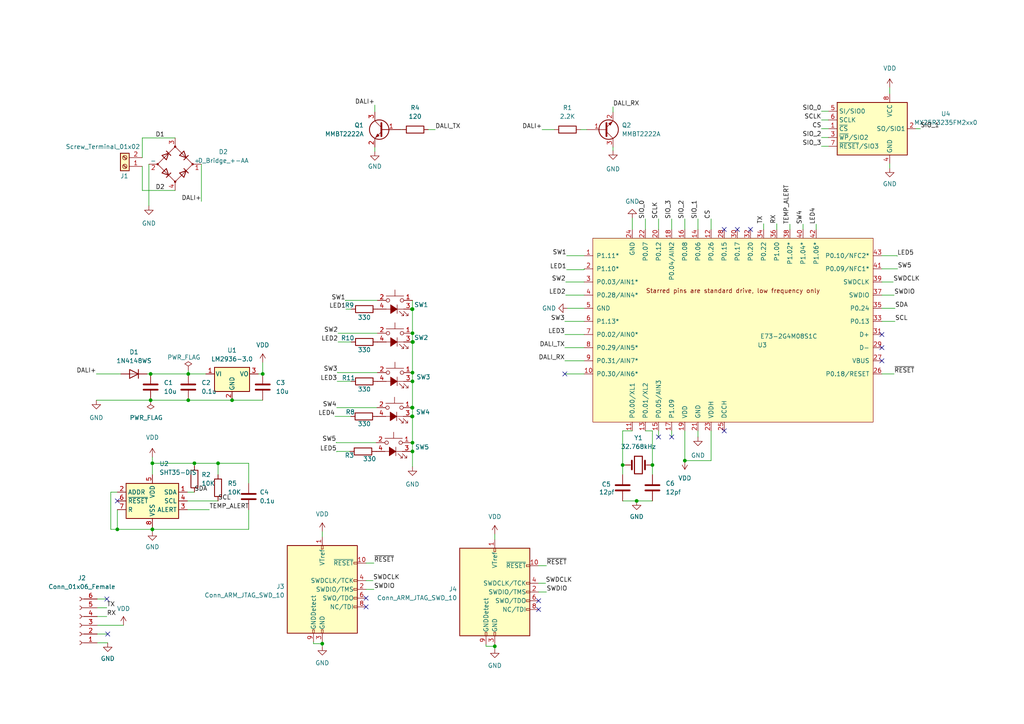
<source format=kicad_sch>
(kicad_sch (version 20211123) (generator eeschema)
  (paper "A4")
  (lib_symbols
    (symbol "CDEbyte E73-2G4M08S1C:E73-2G4M08S1C" (pin_names (offset 1.016))
      (property "Reference" "U3" (at -7.112 4.318 0))
      (property "Value" "E73-2G4M08S1C" (at -7.874 1.778 0))
      (symbol "E73-2G4M08S1C_0_0"
        (text "Starred pins are standard drive, low frequency only" (at 0 -11.43 0) (effects (font (size 1.27 1.27))))
      )
      (symbol "E73-2G4M08S1C_0_1"
        (rectangle (start -40.64 26.67) (end 40.64 -26.67) (fill (type background)))
      )
      (symbol "E73-2G4M08S1C_1_1"
        (pin input line (at 43.18 -21.59 180) (length 2.54) (name "P1.11*") (number "1"))
        (pin input line (at 43.18 12.7 180) (length 2.54) (name "P0.30/AIN6*") (number "10"))
        (pin input line (at 29.21 29.21 270) (length 2.54) (name "P0.00/XL1") (number "11"))
        (pin bidirectional line (at 6.35 -29.21 90) (length 2.54) (name "P0.26") (number "12"))
        (pin input line (at 25.4 29.21 270) (length 2.54) (name "P0.01/XL2") (number "13"))
        (pin bidirectional line (at 10.16 -29.21 90) (length 2.54) (name "P0.06") (number "14"))
        (pin input line (at 21.59 29.21 270) (length 2.54) (name "P0.05/AIN3") (number "15"))
        (pin input line (at 13.97 -29.21 90) (length 2.54) (name "P0.08") (number "16"))
        (pin input line (at 17.78 29.21 270) (length 2.54) (name "P1.09") (number "17"))
        (pin input line (at 17.78 -29.21 90) (length 2.54) (name "P0.04/AIN2") (number "18"))
        (pin input line (at 13.97 29.21 270) (length 2.54) (name "VDD") (number "19"))
        (pin input line (at 43.18 -17.78 180) (length 2.54) (name "P1.10*") (number "2"))
        (pin input line (at 21.59 -29.21 90) (length 2.54) (name "P0.12") (number "20"))
        (pin input line (at 10.16 29.21 270) (length 2.54) (name "GND") (number "21"))
        (pin input line (at 25.4 -29.21 90) (length 2.54) (name "P0.07") (number "22"))
        (pin input line (at 6.35 29.21 270) (length 2.54) (name "VDDH") (number "23"))
        (pin input line (at 29.21 -29.21 90) (length 2.54) (name "GND") (number "24"))
        (pin input line (at 2.54 29.21 270) (length 2.54) (name "DCCH") (number "25"))
        (pin input line (at -43.18 12.7 0) (length 2.54) (name "P0.18/RESET") (number "26"))
        (pin input line (at -43.18 8.89 0) (length 2.54) (name "VBUS") (number "27"))
        (pin input line (at 2.54 -29.21 90) (length 2.54) (name "P0.15") (number "28"))
        (pin input line (at -43.18 5.08 0) (length 2.54) (name "D-") (number "29"))
        (pin input line (at 43.18 -13.97 180) (length 2.54) (name "P0.03/AIN1*") (number "3"))
        (pin input line (at -1.27 -29.21 90) (length 2.54) (name "P0.17") (number "30"))
        (pin input line (at -43.18 1.27 0) (length 2.54) (name "D+") (number "31"))
        (pin input line (at -5.08 -29.21 90) (length 2.54) (name "P0.20") (number "32"))
        (pin input line (at -43.18 -2.54 0) (length 2.54) (name "P0.13") (number "33"))
        (pin input line (at -8.89 -29.21 90) (length 2.54) (name "P0.22") (number "34"))
        (pin input line (at -43.18 -6.35 0) (length 2.54) (name "P0.24") (number "35"))
        (pin input line (at -12.7 -29.21 90) (length 2.54) (name "P1.00") (number "36"))
        (pin input line (at -43.18 -10.16 0) (length 2.54) (name "SWDIO") (number "37"))
        (pin input line (at -16.51 -29.21 90) (length 2.54) (name "P1.02*") (number "38"))
        (pin input line (at -43.18 -13.97 0) (length 2.54) (name "SWDCLK") (number "39"))
        (pin input line (at 43.18 -10.16 180) (length 2.54) (name "P0.28/AIN4*") (number "4"))
        (pin input line (at -20.32 -29.21 90) (length 2.54) (name "P1.04*") (number "40"))
        (pin input line (at -43.18 -17.78 0) (length 2.54) (name "P0.09/NFC1*") (number "41"))
        (pin input line (at -24.13 -29.21 90) (length 2.54) (name "P1.06*") (number "42"))
        (pin input line (at -43.18 -21.59 0) (length 2.54) (name "P0.10/NFC2*") (number "43"))
        (pin input line (at 43.18 -6.35 180) (length 2.54) (name "GND") (number "5"))
        (pin input line (at 43.18 -2.54 180) (length 2.54) (name "P1.13*") (number "6"))
        (pin input line (at 43.18 1.27 180) (length 2.54) (name "P0.02/AIN0*") (number "7"))
        (pin input line (at 43.18 5.08 180) (length 2.54) (name "P0.29/AIN5*") (number "8"))
        (pin input line (at 43.18 8.89 180) (length 2.54) (name "P0.31/AIN7*") (number "9"))
      )
    )
    (symbol "Connector:Conn_01x06_Female" (pin_names (offset 1.016) hide)
      (property "Reference" "J" (at 0 7.62 0))
      (property "Value" "Conn_01x06_Female" (at 0 -10.16 0))
      (symbol "Conn_01x06_Female_1_1"
        (arc (start 0 -7.112) (mid -0.508 -7.62) (end 0 -8.128) (stroke (width 0.1524)))
        (arc (start 0 -4.572) (mid -0.508 -5.08) (end 0 -5.588) (stroke (width 0.1524)))
        (arc (start 0 -2.032) (mid -0.508 -2.54) (end 0 -3.048) (stroke (width 0.1524)))
        (polyline (pts (xy -1.27 -7.62) (xy -0.508 -7.62)) (stroke (width 0.1524)))
        (polyline (pts (xy -1.27 -5.08) (xy -0.508 -5.08)) (stroke (width 0.1524)))
        (polyline (pts (xy -1.27 -2.54) (xy -0.508 -2.54)) (stroke (width 0.1524)))
        (polyline (pts (xy -1.27 0) (xy -0.508 0)) (stroke (width 0.1524)))
        (polyline (pts (xy -1.27 2.54) (xy -0.508 2.54)) (stroke (width 0.1524)))
        (polyline (pts (xy -1.27 5.08) (xy -0.508 5.08)) (stroke (width 0.1524)))
        (arc (start 0 0.508) (mid -0.508 0) (end 0 -0.508) (stroke (width 0.1524)))
        (arc (start 0 3.048) (mid -0.508 2.54) (end 0 2.032) (stroke (width 0.1524)))
        (arc (start 0 5.588) (mid -0.508 5.08) (end 0 4.572) (stroke (width 0.1524)))
        (pin passive line (at -5.08 5.08 0) (length 3.81) (name "Pin_1") (number "1"))
        (pin passive line (at -5.08 2.54 0) (length 3.81) (name "Pin_2") (number "2"))
        (pin passive line (at -5.08 0 0) (length 3.81) (name "Pin_3") (number "3"))
        (pin passive line (at -5.08 -2.54 0) (length 3.81) (name "Pin_4") (number "4"))
        (pin passive line (at -5.08 -5.08 0) (length 3.81) (name "Pin_5") (number "5"))
        (pin passive line (at -5.08 -7.62 0) (length 3.81) (name "Pin_6") (number "6"))
      )
    )
    (symbol "Connector:Conn_ARM_JTAG_SWD_10" (pin_names (offset 1.016))
      (property "Reference" "J" (at -2.54 16.51 0))
      (property "Value" "Conn_ARM_JTAG_SWD_10" (at -2.54 13.97 0))
      (symbol "Conn_ARM_JTAG_SWD_10_0_1"
        (rectangle (start -10.16 12.7) (end 10.16 -12.7) (stroke (width 0.254)) (fill (type background)))
        (rectangle (start -2.794 -12.7) (end -2.286 -11.684))
        (rectangle (start -0.254 -12.7) (end 0.254 -11.684))
        (rectangle (start -0.254 12.7) (end 0.254 11.684))
        (rectangle (start 9.144 2.286) (end 10.16 2.794))
        (rectangle (start 10.16 -2.794) (end 9.144 -2.286))
        (rectangle (start 10.16 -0.254) (end 9.144 0.254))
        (rectangle (start 10.16 7.874) (end 9.144 7.366))
      )
      (symbol "Conn_ARM_JTAG_SWD_10_1_1"
        (rectangle (start 9.144 -5.334) (end 10.16 -4.826))
        (pin power_in line (at 0 15.24 270) (length 2.54) (name "VTref") (number "1"))
        (pin open_collector line (at 12.7 7.62 180) (length 2.54) (name "~{RESET}") (number "10"))
        (pin bidirectional line (at 12.7 0 180) (length 2.54) (name "SWDIO/TMS") (number "2"))
        (pin power_in line (at 0 -15.24 90) (length 2.54) (name "GND") (number "3"))
        (pin output line (at 12.7 2.54 180) (length 2.54) (name "SWDCLK/TCK") (number "4"))
        (pin passive line (at 0 -15.24 90) (length 2.54) hide (name "GND") (number "5"))
        (pin input line (at 12.7 -2.54 180) (length 2.54) (name "SWO/TDO") (number "6"))
        (pin no_connect line (at -10.16 0 0) (length 2.54) hide (name "KEY") (number "7"))
        (pin output line (at 12.7 -5.08 180) (length 2.54) (name "NC/TDI") (number "8"))
        (pin passive line (at -2.54 -15.24 90) (length 2.54) (name "GNDDetect") (number "9"))
      )
    )
    (symbol "Connector:Screw_Terminal_01x02" (pin_names (offset 1.016) hide)
      (property "Reference" "J" (at 0 2.54 0))
      (property "Value" "Screw_Terminal_01x02" (at 0 -5.08 0))
      (symbol "Screw_Terminal_01x02_1_1"
        (rectangle (start -1.27 1.27) (end 1.27 -3.81) (stroke (width 0.254)) (fill (type background)))
        (circle (center 0 -2.54) (radius 0.635) (stroke (width 0.1524)))
        (polyline (pts (xy -0.5334 -2.2098) (xy 0.3302 -3.048)) (stroke (width 0.1524)))
        (polyline (pts (xy -0.5334 0.3302) (xy 0.3302 -0.508)) (stroke (width 0.1524)))
        (polyline (pts (xy -0.3556 -2.032) (xy 0.508 -2.8702)) (stroke (width 0.1524)))
        (polyline (pts (xy -0.3556 0.508) (xy 0.508 -0.3302)) (stroke (width 0.1524)))
        (circle (center 0 0) (radius 0.635) (stroke (width 0.1524)))
        (pin passive line (at -5.08 0 0) (length 3.81) (name "Pin_1") (number "1"))
        (pin passive line (at -5.08 -2.54 0) (length 3.81) (name "Pin_2") (number "2"))
      )
    )
    (symbol "Device:C" (pin_numbers hide) (pin_names (offset 0.254))
      (property "Reference" "C" (at 0.635 2.54 0))
      (property "Value" "C" (at 0.635 -2.54 0))
      (symbol "C_0_1"
        (polyline (pts (xy -2.032 -0.762) (xy 2.032 -0.762)) (stroke (width 0.508)))
        (polyline (pts (xy -2.032 0.762) (xy 2.032 0.762)) (stroke (width 0.508)))
      )
      (symbol "C_1_1"
        (pin passive line (at 0 3.81 270) (length 2.794) (name "~") (number "1"))
        (pin passive line (at 0 -3.81 90) (length 2.794) (name "~") (number "2"))
      )
    )
    (symbol "Device:Crystal" (pin_numbers hide) (pin_names (offset 1.016) hide)
      (property "Reference" "Y" (at 0 3.81 0))
      (property "Value" "Crystal" (at 0 -3.81 0))
      (symbol "Crystal_0_1"
        (rectangle (start -1.143 2.54) (end 1.143 -2.54) (stroke (width 0.3048)))
        (polyline (pts (xy -2.54 0) (xy -1.905 0)))
        (polyline (pts (xy -1.905 -1.27) (xy -1.905 1.27)) (stroke (width 0.508)))
        (polyline (pts (xy 1.905 -1.27) (xy 1.905 1.27)) (stroke (width 0.508)))
        (polyline (pts (xy 2.54 0) (xy 1.905 0)))
      )
      (symbol "Crystal_1_1"
        (pin passive line (at -3.81 0 0) (length 1.27) (name "1") (number "1"))
        (pin passive line (at 3.81 0 180) (length 1.27) (name "2") (number "2"))
      )
    )
    (symbol "Device:D_Bridge_+-AA" (pin_names (offset 0))
      (property "Reference" "D" (at 2.54 6.985 0))
      (property "Value" "D_Bridge_+-AA" (at 2.54 5.08 0))
      (symbol "D_Bridge_+-AA_0_1"
        (circle (center -5.08 0) (radius 0.254) (fill (type outline)))
        (circle (center 0 -5.08) (radius 0.254) (fill (type outline)))
        (polyline (pts (xy -2.54 3.81) (xy -1.27 2.54)) (stroke (width 0.254)))
        (polyline (pts (xy -1.27 -2.54) (xy -2.54 -3.81)) (stroke (width 0.254)))
        (polyline (pts (xy 2.54 -1.27) (xy 3.81 -2.54)) (stroke (width 0.254)))
        (polyline (pts (xy 2.54 1.27) (xy 3.81 2.54)) (stroke (width 0.254)))
        (polyline (pts (xy -3.81 2.54) (xy -2.54 1.27) (xy -1.905 3.175) (xy -3.81 2.54)) (stroke (width 0.254)))
        (polyline (pts (xy -2.54 -1.27) (xy -3.81 -2.54) (xy -1.905 -3.175) (xy -2.54 -1.27)) (stroke (width 0.254)))
        (polyline (pts (xy 1.27 2.54) (xy 2.54 3.81) (xy 3.175 1.905) (xy 1.27 2.54)) (stroke (width 0.254)))
        (polyline (pts (xy 3.175 -1.905) (xy 1.27 -2.54) (xy 2.54 -3.81) (xy 3.175 -1.905)) (stroke (width 0.254)))
        (polyline (pts (xy -5.08 0) (xy 0 -5.08) (xy 5.08 0) (xy 0 5.08) (xy -5.08 0)))
        (circle (center 0 5.08) (radius 0.254) (fill (type outline)))
        (circle (center 5.08 0) (radius 0.254) (fill (type outline)))
      )
      (symbol "D_Bridge_+-AA_1_1"
        (pin passive line (at 7.62 0 180) (length 2.54) (name "+") (number "1"))
        (pin passive line (at -7.62 0 0) (length 2.54) (name "-") (number "2"))
        (pin passive line (at 0 7.62 270) (length 2.54) (name "~") (number "3"))
        (pin passive line (at 0 -7.62 90) (length 2.54) (name "~") (number "4"))
      )
    )
    (symbol "Device:Q_NPN_BEC" (pin_names (offset 0) hide)
      (property "Reference" "Q" (at 5.08 1.27 0))
      (property "Value" "Q_NPN_BEC" (at 5.08 -1.27 0))
      (symbol "Q_NPN_BEC_0_1"
        (polyline (pts (xy 0.635 0.635) (xy 2.54 2.54)))
        (polyline (pts (xy 0.635 -0.635) (xy 2.54 -2.54) (xy 2.54 -2.54)))
        (polyline (pts (xy 0.635 1.905) (xy 0.635 -1.905) (xy 0.635 -1.905)) (stroke (width 0.508)))
        (polyline (pts (xy 1.27 -1.778) (xy 1.778 -1.27) (xy 2.286 -2.286) (xy 1.27 -1.778) (xy 1.27 -1.778)) (fill (type outline)))
        (circle (center 1.27 0) (radius 2.8194) (stroke (width 0.254)))
      )
      (symbol "Q_NPN_BEC_1_1"
        (pin input line (at -5.08 0 0) (length 5.715) (name "B") (number "1"))
        (pin passive line (at 2.54 -5.08 90) (length 2.54) (name "E") (number "2"))
        (pin passive line (at 2.54 5.08 270) (length 2.54) (name "C") (number "3"))
      )
    )
    (symbol "Device:R" (pin_numbers hide) (pin_names (offset 0))
      (property "Reference" "R" (at 2.032 0 90))
      (property "Value" "R" (at 0 0 90))
      (symbol "R_0_1"
        (rectangle (start -1.016 -2.54) (end 1.016 2.54) (stroke (width 0.254)))
      )
      (symbol "R_1_1"
        (pin passive line (at 0 3.81 270) (length 1.27) (name "~") (number "1"))
        (pin passive line (at 0 -3.81 90) (length 1.27) (name "~") (number "2"))
      )
    )
    (symbol "Diode:1N4148WS" (pin_numbers hide) (pin_names (offset 1.016) hide)
      (property "Reference" "D" (at 0 2.54 0))
      (property "Value" "1N4148WS" (at 0 -2.54 0))
      (symbol "1N4148WS_0_1"
        (polyline (pts (xy -1.27 1.27) (xy -1.27 -1.27)) (stroke (width 0.254)))
        (polyline (pts (xy 1.27 0) (xy -1.27 0)))
        (polyline (pts (xy 1.27 1.27) (xy 1.27 -1.27) (xy -1.27 0) (xy 1.27 1.27)) (stroke (width 0.254)))
      )
      (symbol "1N4148WS_1_1"
        (pin passive line (at -3.81 0 0) (length 2.54) (name "K") (number "1"))
        (pin passive line (at 3.81 0 180) (length 2.54) (name "A") (number "2"))
      )
    )
    (symbol "Memory_Flash:MX25R3235FM2xx0"
      (property "Reference" "U" (at -8.89 8.89 0))
      (property "Value" "MX25R3235FM2xx0" (at 15.24 8.89 0))
      (symbol "MX25R3235FM2xx0_1_1"
        (rectangle (start -10.16 7.62) (end 10.16 -7.62) (stroke (width 0.254)) (fill (type background)))
        (pin input line (at -12.7 0 0) (length 2.54) (name "~{CS}") (number "1"))
        (pin bidirectional line (at 12.7 0 180) (length 2.54) (name "SO/SIO1") (number "2"))
        (pin bidirectional line (at -12.7 -2.54 0) (length 2.54) (name "~{WP}/SIO2") (number "3"))
        (pin power_in line (at 5.08 -10.16 90) (length 2.54) (name "GND") (number "4"))
        (pin bidirectional line (at -12.7 5.08 0) (length 2.54) (name "SI/SIO0") (number "5"))
        (pin input line (at -12.7 2.54 0) (length 2.54) (name "SCLK") (number "6"))
        (pin bidirectional line (at -12.7 -5.08 0) (length 2.54) (name "~{RESET}/SIO3") (number "7"))
        (pin power_in line (at 5.08 10.16 270) (length 2.54) (name "VCC") (number "8"))
      )
    )
    (symbol "Regulator_Linear:LM2936-3.0" (pin_names (offset 0.254))
      (property "Reference" "U" (at -3.81 3.175 0))
      (property "Value" "LM2936-3.0" (at 0 3.175 0))
      (symbol "LM2936-3.0_0_1"
        (rectangle (start -5.08 1.905) (end 5.08 -5.08) (stroke (width 0.254)) (fill (type background)))
      )
      (symbol "LM2936-3.0_1_1"
        (pin power_in line (at -7.62 0 0) (length 2.54) (name "VI") (number "1"))
        (pin power_in line (at 0 -7.62 90) (length 2.54) (name "GND") (number "2"))
        (pin power_out line (at 7.62 0 180) (length 2.54) (name "VO") (number "3"))
      )
    )
    (symbol "Sensor_Humidity:SHT35-DIS"
      (property "Reference" "U" (at -6.35 6.35 0))
      (property "Value" "SHT35-DIS" (at 6.35 6.35 0))
      (symbol "SHT35-DIS_0_1"
        (rectangle (start -7.62 5.08) (end 7.62 -5.08) (stroke (width 0.254)) (fill (type background)))
      )
      (symbol "SHT35-DIS_1_1"
        (pin bidirectional line (at 10.16 2.54 180) (length 2.54) (name "SDA") (number "1"))
        (pin input line (at -10.16 2.54 0) (length 2.54) (name "ADDR") (number "2"))
        (pin output line (at 10.16 -2.54 180) (length 2.54) (name "ALERT") (number "3"))
        (pin input line (at 10.16 0 180) (length 2.54) (name "SCL") (number "4"))
        (pin power_in line (at 0 7.62 270) (length 2.54) (name "VDD") (number "5"))
        (pin input line (at -10.16 0 0) (length 2.54) (name "~{RESET}") (number "6"))
        (pin passive line (at -10.16 -2.54 0) (length 2.54) (name "R") (number "7"))
        (pin power_in line (at 0 -7.62 90) (length 2.54) (name "VSS") (number "8"))
        (pin passive line (at 0 -7.62 90) (length 2.54) hide (name "VSS") (number "9"))
      )
    )
    (symbol "Switch:SW_Push_LED" (pin_names (offset 1.016) hide)
      (property "Reference" "SW" (at 0.635 5.715 0))
      (property "Value" "SW_Push_LED" (at 0 -3.175 0))
      (symbol "SW_Push_LED_0_0"
        (polyline (pts (xy -3.81 -1.905) (xy -2.54 -0.635)))
        (polyline (pts (xy -2.54 -1.905) (xy -1.27 -0.635)))
        (polyline (pts (xy -2.54 0) (xy 2.54 0)))
        (polyline (pts (xy -0.635 1.27) (xy -0.635 -1.27)))
        (polyline (pts (xy -3.81 -1.27) (xy -3.81 -1.905) (xy -3.175 -1.905)))
        (polyline (pts (xy -2.54 -1.27) (xy -2.54 -1.905) (xy -1.905 -1.905)))
        (polyline (pts (xy -0.635 0) (xy 1.27 1.27) (xy 1.27 -1.27) (xy -0.635 0)) (fill (type outline)))
      )
      (symbol "SW_Push_LED_0_1"
        (circle (center -2.032 2.54) (radius 0.508))
        (polyline (pts (xy 0 3.81) (xy 0 5.588)))
        (polyline (pts (xy 2.54 3.81) (xy -2.54 3.81)))
        (circle (center 2.032 2.54) (radius 0.508))
        (pin passive line (at -5.08 2.54 0) (length 2.54) (name "1") (number "1"))
        (pin passive line (at 5.08 2.54 180) (length 2.54) (name "2") (number "2"))
        (pin passive line (at -5.08 0 0) (length 2.54) (name "K") (number "3"))
        (pin passive line (at 5.08 0 180) (length 2.54) (name "A") (number "4"))
      )
    )
    (symbol "power:GND" (power) (pin_names (offset 0))
      (property "Value" "GND" (at 0 -3.81 0))
      (symbol "GND_0_1"
        (polyline (pts (xy 0 0) (xy 0 -1.27) (xy 1.27 -1.27) (xy 0 -2.54) (xy -1.27 -1.27) (xy 0 -1.27)))
      )
      (symbol "GND_1_1"
        (pin power_in line (at 0 0 270) (length 0) hide (name "GND") (number "1"))
      )
    )
    (symbol "power:PWR_FLAG" (power) (pin_numbers hide) (pin_names (offset 0) hide)
      (property "Value" "PWR_FLAG" (at 0 3.81 0))
      (symbol "PWR_FLAG_0_0"
        (pin power_out line (at 0 0 90) (length 0) (name "pwr") (number "1"))
      )
      (symbol "PWR_FLAG_0_1"
        (polyline (pts (xy 0 0) (xy 0 1.27) (xy -1.016 1.905) (xy 0 2.54) (xy 1.016 1.905) (xy 0 1.27)))
      )
    )
    (symbol "power:VDD" (power) (pin_names (offset 0))
      (property "Value" "VDD" (at 0 3.81 0))
      (symbol "VDD_0_1"
        (polyline (pts (xy -0.762 1.27) (xy 0 2.54)))
        (polyline (pts (xy 0 0) (xy 0 2.54)))
        (polyline (pts (xy 0 2.54) (xy 0.762 1.27)))
      )
      (symbol "VDD_1_1"
        (pin power_in line (at 0 0 90) (length 0) hide (name "VDD") (number "1"))
      )
    )
  )
  (junction (at 143.51 187.452))
  (junction (at 44.196 134.366))
  (junction (at 76.2 108.458))
  (junction (at 184.658 145.288))
  (junction (at 119.634 89.662))
  (junction (at 180.594 134.874))
  (junction (at 56.388 134.366))
  (junction (at 119.634 130.937))
  (junction (at 119.761 99.187))
  (junction (at 119.634 128.397))
  (junction (at 119.634 108.077))
  (junction (at 34.036 153.543))
  (junction (at 198.628 133.604))
  (junction (at 119.634 118.237))
  (junction (at 119.634 99.187))
  (junction (at 189.23 134.874))
  (junction (at 54.61 108.458))
  (junction (at 119.634 96.647))
  (junction (at 63.246 134.366))
  (junction (at 119.634 120.777))
  (junction (at 119.507 118.237))
  (junction (at 54.61 116.078))
  (junction (at 43.688 116.078))
  (junction (at 43.688 108.458))
  (junction (at 119.507 120.777))
  (junction (at 119.507 89.662))
  (junction (at 119.634 110.617))
  (junction (at 67.31 116.078))
  (junction (at 93.472 186.69))
  (junction (at 44.196 153.543))
  (no_connect (at 156.21 174.244))
  (no_connect (at 106.172 173.482))
  (no_connect (at 156.21 176.784))
  (no_connect (at 31.242 183.896))
  (no_connect (at 30.988 173.736))
  (no_connect (at 255.778 97.028))
  (no_connect (at 106.172 176.022))
  (no_connect (at 210.058 124.968))
  (no_connect (at 163.83 108.458))
  (no_connect (at 194.818 126.746))
  (no_connect (at 191.008 126.746))
  (no_connect (at 210.058 66.548))
  (no_connect (at 213.868 66.548))
  (no_connect (at 217.678 66.548))
  (no_connect (at 34.036 145.288))
  (no_connect (at 255.778 104.648))
  (no_connect (at 255.778 100.838))
  (wire (pts (xy 177.8 30.988) (xy 177.8 32.512)))
  (wire (pts (xy 108.204 168.402) (xy 106.172 168.402)))
  (wire (pts (xy 90.932 186.69) (xy 93.472 186.69)))
  (wire (pts (xy 97.663 118.237) (xy 109.347 118.237)))
  (wire (pts (xy 260.223 74.168) (xy 260.223 74.295)))
  (wire (pts (xy 191.008 63.5) (xy 191.008 66.548)))
  (wire (pts (xy 255.778 93.218) (xy 259.588 93.218)))
  (wire (pts (xy 54.356 145.288) (xy 63.246 145.288)))
  (wire (pts (xy 202.438 63.5) (xy 202.438 66.548)))
  (wire (pts (xy 119.634 99.187) (xy 119.761 99.187)))
  (wire (pts (xy 191.008 124.968) (xy 191.008 126.746)))
  (wire (pts (xy 97.917 107.95) (xy 97.917 108.077)))
  (wire (pts (xy 119.634 96.647) (xy 119.634 99.187)))
  (wire (pts (xy 67.31 116.078) (xy 76.2 116.078)))
  (wire (pts (xy 72.136 147.828) (xy 72.136 153.543)))
  (wire (pts (xy 225.298 64.897) (xy 225.298 66.548)))
  (wire (pts (xy 106.172 163.322) (xy 108.458 163.322)))
  (wire (pts (xy 41.275 55.245) (xy 50.8 55.245)))
  (wire (pts (xy 43.688 108.458) (xy 54.61 108.458)))
  (wire (pts (xy 63.246 134.366) (xy 72.136 134.366)))
  (wire (pts (xy 119.634 110.617) (xy 119.634 118.237)))
  (wire (pts (xy 238.252 39.878) (xy 240.284 39.878)))
  (wire (pts (xy 97.663 130.937) (xy 101.473 130.937)))
  (wire (pts (xy 238.252 32.258) (xy 240.284 32.258)))
  (wire (pts (xy 93.472 186.182) (xy 93.472 186.69)))
  (wire (pts (xy 34.036 147.828) (xy 34.036 153.543)))
  (wire (pts (xy 168.402 37.592) (xy 170.18 37.592)))
  (wire (pts (xy 157.226 37.592) (xy 160.782 37.592)))
  (wire (pts (xy 258.064 47.498) (xy 258.064 48.768)))
  (wire (pts (xy 43.688 116.078) (xy 54.61 116.078)))
  (wire (pts (xy 119.507 118.237) (xy 119.634 118.237)))
  (wire (pts (xy 119.634 108.077) (xy 119.634 110.617)))
  (wire (pts (xy 119.507 120.777) (xy 119.634 120.777)))
  (wire (pts (xy 143.51 154.94) (xy 143.51 156.464)))
  (wire (pts (xy 183.388 63.246) (xy 183.388 66.548)))
  (wire (pts (xy 58.42 47.625) (xy 58.42 58.42)))
  (wire (pts (xy 163.83 93.218) (xy 169.418 93.218)))
  (wire (pts (xy 44.196 153.543) (xy 72.136 153.543)))
  (wire (pts (xy 108.712 42.672) (xy 108.712 43.942)))
  (wire (pts (xy 180.594 134.874) (xy 180.594 137.668)))
  (wire (pts (xy 124.206 37.592) (xy 126.238 37.592)))
  (wire (pts (xy 44.196 152.908) (xy 44.196 153.543)))
  (wire (pts (xy 206.248 133.604) (xy 206.248 124.968)))
  (wire (pts (xy 63.246 134.366) (xy 63.246 137.668)))
  (wire (pts (xy 97.79 110.617) (xy 101.854 110.617)))
  (wire (pts (xy 27.94 108.458) (xy 35.052 108.458)))
  (wire (pts (xy 156.21 171.704) (xy 158.496 171.704)))
  (wire (pts (xy 119.634 118.237) (xy 119.634 120.777)))
  (wire (pts (xy 119.253 130.937) (xy 119.634 130.937)))
  (wire (pts (xy 238.252 34.798) (xy 240.284 34.798)))
  (wire (pts (xy 180.594 124.968) (xy 183.388 124.968)))
  (wire (pts (xy 158.242 169.164) (xy 156.21 169.164)))
  (wire (pts (xy 28.194 176.276) (xy 30.988 176.276)))
  (wire (pts (xy 34.036 153.543) (xy 44.196 153.543)))
  (wire (pts (xy 31.242 186.436) (xy 28.194 186.436)))
  (wire (pts (xy 140.97 187.452) (xy 143.51 187.452)))
  (wire (pts (xy 119.634 89.662) (xy 119.634 96.647)))
  (wire (pts (xy 163.83 100.838) (xy 169.418 100.838)))
  (wire (pts (xy 74.93 108.458) (xy 76.2 108.458)))
  (wire (pts (xy 194.818 124.968) (xy 194.818 126.746)))
  (wire (pts (xy 54.61 108.458) (xy 59.69 108.458)))
  (wire (pts (xy 258.064 25.4) (xy 258.064 27.178)))
  (wire (pts (xy 54.61 116.078) (xy 67.31 116.078)))
  (wire (pts (xy 28.194 183.896) (xy 31.242 183.896)))
  (wire (pts (xy 238.252 37.338) (xy 240.284 37.338)))
  (wire (pts (xy 265.684 37.338) (xy 266.954 37.338)))
  (wire (pts (xy 255.778 108.458) (xy 259.334 108.458)))
  (wire (pts (xy 255.778 85.598) (xy 259.334 85.598)))
  (wire (pts (xy 44.196 134.366) (xy 44.196 137.668)))
  (wire (pts (xy 164.084 85.598) (xy 169.418 85.598)))
  (wire (pts (xy 76.2 105.156) (xy 76.2 108.458)))
  (wire (pts (xy 119.634 89.662) (xy 119.507 89.662)))
  (wire (pts (xy 163.83 104.648) (xy 169.418 104.648)))
  (wire (pts (xy 188.976 134.874) (xy 189.23 134.874)))
  (wire (pts (xy 106.172 170.942) (xy 108.458 170.942)))
  (wire (pts (xy 189.23 124.968) (xy 189.23 134.874)))
  (wire (pts (xy 41.275 40.005) (xy 50.8 40.005)))
  (wire (pts (xy 28.194 178.816) (xy 30.988 178.816)))
  (wire (pts (xy 143.51 186.944) (xy 143.51 187.452)))
  (wire (pts (xy 255.778 89.408) (xy 259.588 89.408)))
  (wire (pts (xy 119.634 99.187) (xy 119.634 108.077)))
  (wire (pts (xy 108.712 30.48) (xy 108.712 32.512)))
  (wire (pts (xy 27.94 116.078) (xy 43.688 116.078)))
  (wire (pts (xy 180.594 134.874) (xy 181.356 134.874)))
  (wire (pts (xy 164.084 81.788) (xy 169.418 81.788)))
  (wire (pts (xy 97.536 128.27) (xy 97.536 128.397)))
  (wire (pts (xy 44.196 134.366) (xy 56.388 134.366)))
  (wire (pts (xy 184.658 145.288) (xy 189.23 145.288)))
  (wire (pts (xy 54.356 147.828) (xy 60.706 147.828)))
  (wire (pts (xy 28.194 173.736) (xy 30.988 173.736)))
  (wire (pts (xy 232.918 65.024) (xy 232.918 66.548)))
  (wire (pts (xy 28.194 181.356) (xy 35.814 181.356)))
  (wire (pts (xy 202.438 124.968) (xy 202.438 126.746)))
  (wire (pts (xy 56.388 134.366) (xy 63.246 134.366)))
  (wire (pts (xy 98.044 96.647) (xy 109.474 96.647)))
  (wire (pts (xy 198.628 124.968) (xy 198.628 133.604)))
  (wire (pts (xy 163.83 108.458) (xy 169.418 108.458)))
  (wire (pts (xy 169.418 78.232) (xy 169.418 77.978)))
  (wire (pts (xy 119.634 87.122) (xy 119.634 89.662)))
  (wire (pts (xy 109.474 108.077) (xy 97.917 108.077)))
  (wire (pts (xy 143.51 187.452) (xy 143.51 188.214)))
  (wire (pts (xy 140.97 186.944) (xy 140.97 187.452)))
  (wire (pts (xy 119.634 130.937) (xy 119.634 135.382)))
  (wire (pts (xy 72.136 134.366) (xy 72.136 140.208)))
  (wire (pts (xy 109.093 128.397) (xy 97.536 128.397)))
  (wire (pts (xy 101.727 120.777) (xy 97.155 120.777)))
  (wire (pts (xy 54.356 142.748) (xy 56.388 142.748)))
  (wire (pts (xy 187.198 124.968) (xy 189.23 124.968)))
  (wire (pts (xy 109.474 87.122) (xy 100.203 87.122)))
  (wire (pts (xy 100.33 89.662) (xy 101.854 89.662)))
  (wire (pts (xy 156.21 164.084) (xy 158.496 164.084)))
  (wire (pts (xy 189.23 134.874) (xy 189.23 137.668)))
  (wire (pts (xy 119.634 128.397) (xy 119.634 130.937)))
  (wire (pts (xy 229.108 65.024) (xy 229.108 66.548)))
  (wire (pts (xy 56.388 134.366) (xy 56.388 135.128)))
  (wire (pts (xy 34.036 142.748) (xy 32.131 142.748)))
  (wire (pts (xy 236.728 65.024) (xy 236.728 66.548)))
  (wire (pts (xy 206.248 63.5) (xy 206.248 66.548)))
  (wire (pts (xy 164.338 78.232) (xy 169.418 78.232)))
  (wire (pts (xy 164.592 89.408) (xy 169.418 89.408)))
  (wire (pts (xy 101.854 99.187) (xy 98.044 99.187)))
  (wire (pts (xy 32.131 153.543) (xy 34.036 153.543)))
  (wire (pts (xy 44.196 153.543) (xy 44.196 154.178)))
  (wire (pts (xy 180.594 145.288) (xy 184.658 145.288)))
  (wire (pts (xy 54.61 107.442) (xy 54.61 108.458)))
  (wire (pts (xy 198.628 63.5) (xy 198.628 66.548)))
  (wire (pts (xy 44.196 132.588) (xy 44.196 134.366)))
  (wire (pts (xy 90.932 186.182) (xy 90.932 186.69)))
  (wire (pts (xy 198.628 133.604) (xy 206.248 133.604)))
  (wire (pts (xy 93.472 186.69) (xy 93.472 187.452)))
  (wire (pts (xy 116.332 37.592) (xy 116.586 37.592)))
  (wire (pts (xy 93.472 154.178) (xy 93.472 155.702)))
  (wire (pts (xy 41.275 48.26) (xy 41.275 55.245)))
  (wire (pts (xy 221.488 64.897) (xy 221.488 66.548)))
  (wire (pts (xy 43.18 47.625) (xy 43.18 59.69)))
  (wire (pts (xy 255.778 81.788) (xy 259.08 81.788)))
  (wire (pts (xy 164.338 74.168) (xy 169.418 74.168)))
  (wire (pts (xy 255.778 74.168) (xy 260.223 74.168)))
  (wire (pts (xy 119.253 128.397) (xy 119.634 128.397)))
  (wire (pts (xy 32.131 142.748) (xy 32.131 153.543)))
  (wire (pts (xy 42.672 108.458) (xy 43.688 108.458)))
  (wire (pts (xy 238.252 42.418) (xy 240.284 42.418)))
  (wire (pts (xy 255.778 77.978) (xy 260.35 77.978)))
  (wire (pts (xy 100.203 87.122) (xy 100.203 87.249)))
  (wire (pts (xy 187.198 63.5) (xy 187.198 66.548)))
  (wire (pts (xy 41.275 45.72) (xy 41.275 40.005)))
  (wire (pts (xy 194.818 63.5) (xy 194.818 66.548)))
  (wire (pts (xy 163.83 97.028) (xy 169.418 97.028)))
  (wire (pts (xy 97.663 131.064) (xy 97.663 130.937)))
  (wire (pts (xy 177.8 42.672) (xy 177.8 43.688)))
  (wire (pts (xy 119.634 120.777) (xy 119.634 128.397)))
  (wire (pts (xy 180.594 134.874) (xy 180.594 124.968)))
  (label "SWDIO" (at 158.496 171.704 0))
  (label "SIO_2" (at 238.252 39.878 180))
  (label "SIO_2" (at 198.628 63.5 90))
  (label "SCL" (at 259.588 93.218 0))
  (label "SW2" (at 164.084 81.788 180))
  (label "SW3" (at 97.917 107.95 180))
  (label "TEMP_ALERT" (at 229.108 65.024 90))
  (label "DALI+" (at 108.712 30.48 180))
  (label "SW4" (at 97.663 118.237 180))
  (label "LED3" (at 163.83 97.028 180))
  (label "SW3" (at 163.83 93.218 180))
  (label "SWDCLK" (at 158.242 169.164 0))
  (label "LED5" (at 260.223 74.295 0))
  (label "CS" (at 238.252 37.338 180))
  (label "DALI_RX" (at 163.83 104.648 180))
  (label "LED1" (at 164.338 78.232 180))
  (label "DALI_TX" (at 126.238 37.592 0))
  (label "SCLK" (at 238.252 34.798 180))
  (label "SW4" (at 232.918 65.024 90))
  (label "TEMP_ALERT" (at 60.706 147.828 0))
  (label "SW5" (at 97.536 128.27 180))
  (label "LED4" (at 236.728 65.024 90))
  (label "SW5" (at 260.35 77.978 0))
  (label "LED4" (at 97.155 120.777 180))
  (label "SWDIO" (at 108.458 170.942 0))
  (label "CS" (at 206.248 63.5 90))
  (label "TX" (at 30.988 176.276 0))
  (label "SWDIO" (at 259.334 85.598 0))
  (label "SDA" (at 56.388 142.748 0))
  (label "RX" (at 225.298 64.897 90))
  (label "SW1" (at 164.338 74.168 180))
  (label "SIO_0" (at 187.198 63.5 90))
  (label "TX" (at 221.488 64.897 90))
  (label "~{RESET}" (at 108.458 163.322 0))
  (label "SIO_3" (at 238.252 42.418 180))
  (label "SWDCLK" (at 259.08 81.788 0))
  (label "LED2" (at 164.084 85.598 180))
  (label "SW1" (at 100.203 87.249 180))
  (label "LED1" (at 100.33 89.662 180))
  (label "SDA" (at 259.588 89.408 0))
  (label "D2" (at 45.1103 55.245 0))
  (label "SWDCLK" (at 108.204 168.402 0))
  (label "SIO_1" (at 266.954 37.338 0))
  (label "DALI+" (at 58.42 58.42 180))
  (label "SCLK" (at 191.008 63.5 90))
  (label "SW2" (at 98.044 96.647 180))
  (label "~{RESET}" (at 158.496 164.084 0))
  (label "DALI_TX" (at 163.83 100.838 180))
  (label "SIO_3" (at 194.818 63.5 90))
  (label "DALI_RX" (at 177.8 30.988 0))
  (label "DALI+" (at 157.226 37.592 180))
  (label "SIO_0" (at 238.252 32.258 180))
  (label "RX" (at 30.988 178.816 0))
  (label "SIO_1" (at 202.438 63.5 90))
  (label "~{RESET}" (at 259.334 108.458 0))
  (label "LED3" (at 97.79 110.617 180))
  (label "DALI+" (at 27.94 108.458 180))
  (label "D1" (at 45.085 40.005 0))
  (label "LED2" (at 98.044 99.187 180))
  (label "SCL" (at 63.246 145.288 0))
  (label "LED5" (at 97.663 131.064 180))
  (symbol (lib_id "power:GND") (at 108.712 43.942 0) (unit 1)
    (property "Reference" "#PWR0102" (effects hide))
    (property "Value" "GND" (at 108.712 48.26 0))
  )
  (symbol (lib_id "power:VDD") (at 44.196 132.588 0) (unit 1)
    (property "Reference" "#PWR03" (effects hide))
    (property "Value" "VDD" (at 44.196 126.873 0))
  )
  (symbol (lib_id "power:GND") (at 183.388 63.246 180) (unit 1)
    (property "Reference" "#PWR013" (effects hide))
    (property "Value" "GND" (at 183.388 58.42 0))
  )
  (symbol (lib_id "power:GND") (at 164.592 89.408 270) (unit 1)
    (property "Reference" "#PWR011" (effects hide))
    (property "Value" "GND" (at 161.29 89.4079 90) (effects (justify right)))
  )
  (symbol (lib_id "Connector:Screw_Terminal_01x02") (at 36.195 48.26 180) (unit 1)
    (property "Reference" "J1" (at 36.068 51.054 0))
    (property "Value" "Screw_Terminal_01x02" (at 29.845 42.545 0))
    (property "Footprint" "TerminalBlock_Phoenix:TerminalBlock_Phoenix_MKDS-1,5-2-5.08_1x02_P5.08mm_Horizontal" (effects hide))
  )
  (symbol (lib_id "Switch:SW_Push_LED") (at 114.554 110.617 0) (mirror y) (unit 1)
    (property "Reference" "SW3" (at 122.809 109.347 0))
    (property "Value" "SW_Push_LED" (effects hide))
    (property "Footprint" "LocalProject:LED Pushbutton" (effects hide))
  )
  (symbol (lib_id "Switch:SW_Push_LED") (at 114.554 89.662 0) (mirror y) (unit 1)
    (property "Reference" "SW1" (at 122.174 88.392 0))
    (property "Value" "SW_Push_LED" (effects hide))
    (property "Footprint" "LocalProject:LED Pushbutton" (effects hide))
  )
  (symbol (lib_id "power:GND") (at 31.242 186.436 0) (unit 1)
    (property "Reference" "#PWR05" (effects hide))
    (property "Value" "GND" (at 31.242 191.008 0))
  )
  (symbol (lib_id "Switch:SW_Push_LED") (at 114.554 99.187 0) (mirror y) (unit 1)
    (property "Reference" "SW2" (at 122.174 97.917 0))
    (property "Value" "SW_Push_LED" (effects hide))
    (property "Footprint" "LocalProject:LED Pushbutton" (effects hide))
  )
  (symbol (lib_id "power:GND") (at 184.658 145.288 0) (unit 1)
    (property "Reference" "#PWR014" (effects hide))
    (property "Value" "GND" (at 184.658 149.86 0))
  )
  (symbol (lib_id "Memory_Flash:MX25R3235FM2xx0") (at 252.984 37.338 0) (unit 1)
    (property "Reference" "U4" (at 274.32 33.0073 0))
    (property "Value" "MX25R3235FM2xx0" (at 274.32 35.5473 0))
    (property "Footprint" "Package_SO:SOP-8_5.28x5.23mm_P1.27mm" (effects hide))
    (property "Datasheet" "http://www.macronix.com/Lists/Datasheet/Attachments/7534/MX25R3235F,%20Wide%20Range,%2032Mb,%20v1.6.pdf" (effects hide))
  )
  (symbol (lib_id "Diode:1N4148WS") (at 38.862 108.458 180) (unit 1)
    (property "Reference" "D1" (at 38.862 102.108 0))
    (property "Value" "1N4148WS" (at 38.862 104.648 0))
    (property "Footprint" "Diode_SMD:D_SOD-323" (effects hide))
    (property "Datasheet" "https://www.vishay.com/docs/85751/1n4148ws.pdf" (effects hide))
  )
  (symbol (lib_id "Device:R") (at 105.283 130.937 90) (unit 1)
    (property "Reference" "R3" (at 101.346 132.08 90))
    (property "Value" "330" (at 107.188 133.096 90))
    (property "Footprint" "Resistor_SMD:R_0805_2012Metric" (effects hide))
  )
  (symbol (lib_id "power:GND") (at 93.472 187.452 0) (unit 1)
    (property "Reference" "#PWR08" (effects hide))
    (property "Value" "GND" (at 93.472 192.278 0))
  )
  (symbol (lib_id "Switch:SW_Push_LED") (at 114.173 130.937 0) (mirror y) (unit 1)
    (property "Reference" "SW5" (at 122.428 129.667 0))
    (property "Value" "SW_Push_LED" (effects hide))
    (property "Footprint" "LocalProject:LED Pushbutton" (effects hide))
  )
  (symbol (lib_id "Connector:Conn_01x06_Female") (at 23.114 181.356 180) (unit 1)
    (property "Reference" "J2" (at 23.749 167.64 0))
    (property "Value" "Conn_01x06_Female" (at 23.749 170.18 0))
    (property "Footprint" "Connector_PinSocket_2.54mm:PinSocket_1x06_P2.54mm_Vertical" (effects hide))
  )
  (symbol (lib_id "Device:Crystal") (at 185.166 134.874 0) (unit 1)
    (property "Reference" "Y1" (at 185.166 127 0))
    (property "Value" "32.768kHz" (at 185.166 129.54 0))
    (property "Footprint" "Crystal:Crystal_SMD_3215-2Pin_3.2x1.5mm" (effects hide))
  )
  (symbol (lib_id "power:GND") (at 143.51 188.214 0) (unit 1)
    (property "Reference" "#PWR010" (effects hide))
    (property "Value" "GND" (at 143.51 193.04 0))
  )
  (symbol (lib_id "Device:Q_NPN_BEC") (at 111.252 37.592 0) (mirror y) (unit 1)
    (property "Reference" "Q1" (at 105.537 36.3219 0) (effects (justify left)))
    (property "Value" "MMBT2222A" (at 105.537 38.8619 0) (effects (justify left)))
    (property "Footprint" "Package_TO_SOT_SMD:SOT-23" (effects hide))
  )
  (symbol (lib_id "Device:Q_NPN_BEC") (at 175.26 37.592 0) (mirror x) (unit 1)
    (property "Reference" "Q2" (at 180.34 36.3219 0) (effects (justify left)))
    (property "Value" "MMBT2222A" (at 180.34 38.8619 0) (effects (justify left)))
    (property "Footprint" "Package_TO_SOT_SMD:SOT-23" (effects hide))
  )
  (symbol (lib_id "Device:C") (at 72.136 144.018 180) (unit 1)
    (property "Reference" "C4" (at 75.311 142.7479 0) (effects (justify right)))
    (property "Value" "0.1u" (at 75.311 145.2879 0) (effects (justify right)))
    (property "Footprint" "Capacitor_SMD:C_0805_2012Metric" (effects hide))
  )
  (symbol (lib_id "power:VDD") (at 76.2 105.156 0) (unit 1)
    (property "Reference" "#PWR02" (effects hide))
    (property "Value" "VDD" (at 76.2 100.076 0))
  )
  (symbol (lib_id "Device:C") (at 180.594 141.478 0) (unit 1)
    (property "Reference" "C5" (at 174.498 140.462 0) (effects (justify left)))
    (property "Value" "12pf" (at 173.736 142.748 0) (effects (justify left)))
    (property "Footprint" "Capacitor_SMD:C_0805_2012Metric" (effects hide))
  )
  (symbol (lib_id "power:PWR_FLAG") (at 54.61 107.442 0) (unit 1)
    (property "Reference" "#FLG0101" (effects hide))
    (property "Value" "PWR_FLAG" (at 53.34 103.632 0))
  )
  (symbol (lib_id "power:GND") (at 44.196 154.178 0) (unit 1)
    (property "Reference" "#PWR04" (effects hide))
    (property "Value" "GND" (at 44.196 158.623 0))
  )
  (symbol (lib_id "Switch:SW_Push_LED") (at 114.427 120.777 0) (mirror y) (unit 1)
    (property "Reference" "SW4" (at 122.682 119.507 0))
    (property "Value" "SW_Push_LED" (effects hide))
    (property "Footprint" "LocalProject:LED Pushbutton" (effects hide))
  )
  (symbol (lib_id "Connector:Conn_ARM_JTAG_SWD_10") (at 143.51 171.704 0) (unit 1)
    (property "Reference" "J4" (at 132.588 170.8693 0) (effects (justify right)))
    (property "Value" "Conn_ARM_JTAG_SWD_10" (at 132.588 173.4062 0) (effects (justify right)))
    (property "Footprint" "Connector:Tag-Connect_TC2050-IDC-NL_2x05_P1.27mm_Vertical" (effects hide))
    (property "Datasheet" "http://infocenter.arm.com/help/topic/com.arm.doc.ddi0314h/DDI0314H_coresight_components_trm.pdf" (effects hide))
  )
  (symbol (lib_id "Device:C") (at 189.23 141.478 0) (unit 1)
    (property "Reference" "C6" (at 193.04 140.2079 0) (effects (justify left)))
    (property "Value" "12pf" (at 193.04 142.7479 0) (effects (justify left)))
    (property "Footprint" "Capacitor_SMD:C_0805_2012Metric" (effects hide))
  )
  (symbol (lib_id "power:VDD") (at 93.472 154.178 0) (unit 1)
    (property "Reference" "#PWR07" (effects hide))
    (property "Value" "VDD" (at 93.472 149.098 0))
  )
  (symbol (lib_id "Device:R") (at 164.592 37.592 90) (unit 1)
    (property "Reference" "R1" (at 164.592 31.242 90))
    (property "Value" "2.2K" (at 164.592 33.782 90))
    (property "Footprint" "Resistor_SMD:R_0805_2012Metric" (effects hide))
  )
  (symbol (lib_id "Device:R") (at 56.388 138.938 0) (unit 1)
    (property "Reference" "R2" (at 58.42 137.6679 0) (effects (justify left)))
    (property "Value" "10K" (at 58.42 140.2079 0) (effects (justify left)))
    (property "Footprint" "Resistor_SMD:R_0805_2012Metric" (effects hide))
  )
  (symbol (lib_id "CDEbyte E73-2G4M08S1C:E73-2G4M08S1C") (at 212.598 95.758 180) (unit 1)
    (property "Reference" "U3" (at 219.71 100.076 0) (effects (justify right)))
    (property "Value" "E73-2G4M08S1C" (at 220.472 97.536 0) (effects (justify right)))
    (property "Footprint" "E73-2G4M08S1C:E73-2G4M08S1C" (effects hide))
    (property "Datasheet" "http://www.ebyte.com/en/downpdf.aspx?id=445" (effects hide))
  )
  (symbol (lib_id "Connector:Conn_ARM_JTAG_SWD_10") (at 93.472 170.942 0) (unit 1)
    (property "Reference" "J3" (at 82.55 170.1073 0) (effects (justify right)))
    (property "Value" "Conn_ARM_JTAG_SWD_10" (at 82.55 172.6442 0) (effects (justify right)))
    (property "Footprint" "Connector_PinHeader_1.27mm:PinHeader_2x05_P1.27mm_Vertical_SMD" (effects hide))
    (property "Datasheet" "http://infocenter.arm.com/help/topic/com.arm.doc.ddi0314h/DDI0314H_coresight_components_trm.pdf" (effects hide))
  )
  (symbol (lib_id "Device:R") (at 105.664 99.187 90) (unit 1)
    (property "Reference" "R10" (at 100.838 98.044 90))
    (property "Value" "330" (at 105.664 101.473 90))
    (property "Footprint" "Resistor_SMD:R_0805_2012Metric" (effects hide))
  )
  (symbol (lib_id "Device:C") (at 43.688 112.268 0) (unit 1)
    (property "Reference" "C1" (at 47.498 110.9979 0) (effects (justify left)))
    (property "Value" "10u" (at 47.498 113.5379 0) (effects (justify left)))
    (property "Footprint" "Capacitor_SMD:C_0805_2012Metric" (effects hide))
  )
  (symbol (lib_id "Device:R") (at 120.396 37.592 90) (unit 1)
    (property "Reference" "R4" (at 120.396 31.242 90))
    (property "Value" "120" (at 120.396 33.782 90))
    (property "Footprint" "Resistor_SMD:R_0805_2012Metric" (effects hide))
  )
  (symbol (lib_id "power:VDD") (at 198.628 133.604 180) (unit 1)
    (property "Reference" "#PWR015" (effects hide))
    (property "Value" "VDD" (at 198.628 138.684 0))
  )
  (symbol (lib_id "power:GND") (at 119.634 135.382 0) (unit 1)
    (property "Reference" "#PWR0103" (effects hide))
    (property "Value" "GND" (at 119.634 140.462 0))
  )
  (symbol (lib_id "Sensor_Humidity:SHT35-DIS") (at 44.196 145.288 0) (unit 1)
    (property "Reference" "U2" (at 46.2154 134.493 0) (effects (justify left)))
    (property "Value" "SHT35-DIS" (at 46.2154 137.033 0) (effects (justify left)))
    (property "Footprint" "Sensor_Humidity:Sensirion_DFN-8-1EP_2.5x2.5mm_P0.5mm_EP1.1x1.7mm" (effects hide))
    (property "Datasheet" "https://www.sensirion.com/fileadmin/user_upload/customers/sensirion/Dokumente/2_Humidity_Sensors/Datasheets/Sensirion_Humidity_Sensors_SHT3x_Datasheet_digital.pdf" (effects hide))
  )
  (symbol (lib_id "power:GND") (at 177.8 43.688 0) (unit 1)
    (property "Reference" "#PWR012" (effects hide))
    (property "Value" "GND" (at 177.8 49.022 0))
  )
  (symbol (lib_id "Device:R") (at 63.246 141.478 0) (unit 1)
    (property "Reference" "R5" (at 66.04 140.2079 0) (effects (justify left)))
    (property "Value" "10K" (at 66.04 142.7479 0) (effects (justify left)))
    (property "Footprint" "Resistor_SMD:R_0805_2012Metric" (effects hide))
  )
  (symbol (lib_id "Device:C") (at 76.2 112.268 0) (unit 1)
    (property "Reference" "C3" (at 80.01 110.9979 0) (effects (justify left)))
    (property "Value" "10u" (at 80.01 113.5379 0) (effects (justify left)))
    (property "Footprint" "Capacitor_SMD:C_0805_2012Metric" (effects hide))
  )
  (symbol (lib_id "Device:R") (at 105.664 110.617 90) (unit 1)
    (property "Reference" "R11" (at 101.092 109.601 90))
    (property "Value" "330" (at 105.664 112.903 90))
    (property "Footprint" "Resistor_SMD:R_0805_2012Metric" (effects hide))
  )
  (symbol (lib_id "power:PWR_FLAG") (at 43.688 116.078 180) (unit 1)
    (property "Reference" "#FLG0102" (effects hide))
    (property "Value" "PWR_FLAG" (at 42.418 121.158 0))
  )
  (symbol (lib_id "power:VDD") (at 258.064 25.4 0) (unit 1)
    (property "Reference" "#PWR017" (effects hide))
    (property "Value" "VDD" (at 258.064 19.812 0))
  )
  (symbol (lib_id "Device:R") (at 105.664 89.662 90) (unit 1)
    (property "Reference" "R9" (at 101.346 88.519 90))
    (property "Value" "330" (at 105.664 92.075 90))
    (property "Footprint" "Resistor_SMD:R_0805_2012Metric" (effects hide))
  )
  (symbol (lib_id "power:GND") (at 27.94 116.078 0) (unit 1)
    (property "Reference" "#PWR01" (effects hide))
    (property "Value" "GND" (at 27.94 121.158 0))
  )
  (symbol (lib_id "power:GND") (at 202.438 126.746 0) (unit 1)
    (property "Reference" "#PWR016" (effects hide))
    (property "Value" "GND" (at 202.438 132.08 0))
  )
  (symbol (lib_id "Regulator_Linear:LM2936-3.0") (at 67.31 108.458 0) (unit 1)
    (property "Reference" "U1" (at 67.31 101.6 0))
    (property "Value" "LM2936-3.0" (at 67.31 104.14 0))
    (property "Footprint" "Package_TO_SOT_THT:TO-92_Inline" (effects hide))
    (property "Datasheet" "http://www.ti.com/lit/ds/symlink/lm2936.pdf" (effects hide))
  )
  (symbol (lib_id "power:GND") (at 43.18 59.69 0) (unit 1)
    (property "Reference" "#PWR0101" (effects hide))
    (property "Value" "GND" (at 43.18 64.77 0))
  )
  (symbol (lib_id "Device:C") (at 54.61 112.268 0) (unit 1)
    (property "Reference" "C2" (at 58.42 110.9979 0) (effects (justify left)))
    (property "Value" "0.1u" (at 58.42 113.5379 0) (effects (justify left)))
    (property "Footprint" "Capacitor_SMD:C_0805_2012Metric" (effects hide))
  )
  (symbol (lib_id "power:VDD") (at 143.51 154.94 0) (unit 1)
    (property "Reference" "#PWR09" (effects hide))
    (property "Value" "VDD" (at 143.51 149.86 0))
  )
  (symbol (lib_id "Device:D_Bridge_+-AA") (at 50.8 47.625 0) (unit 1)
    (property "Reference" "D2" (at 64.77 44.0436 0))
    (property "Value" "D_Bridge_+-AA" (at 64.77 46.5836 0))
    (property "Footprint" "imported_modules:SOIC245P670X290-4N" (effects hide))
  )
  (symbol (lib_id "power:GND") (at 258.064 48.768 0) (unit 1)
    (property "Reference" "#PWR018" (effects hide))
    (property "Value" "GND" (at 258.064 53.34 0))
  )
  (symbol (lib_id "Device:R") (at 105.537 120.777 90) (unit 1)
    (property "Reference" "R8" (at 101.6 119.507 90))
    (property "Value" "330" (at 105.664 122.936 90))
    (property "Footprint" "Resistor_SMD:R_0805_2012Metric" (effects hide))
  )
  (symbol (lib_id "power:VDD") (at 35.814 181.356 0) (unit 1)
    (property "Reference" "#PWR06" (effects hide))
    (property "Value" "VDD" (at 35.814 176.53 0))
  )
)
</source>
